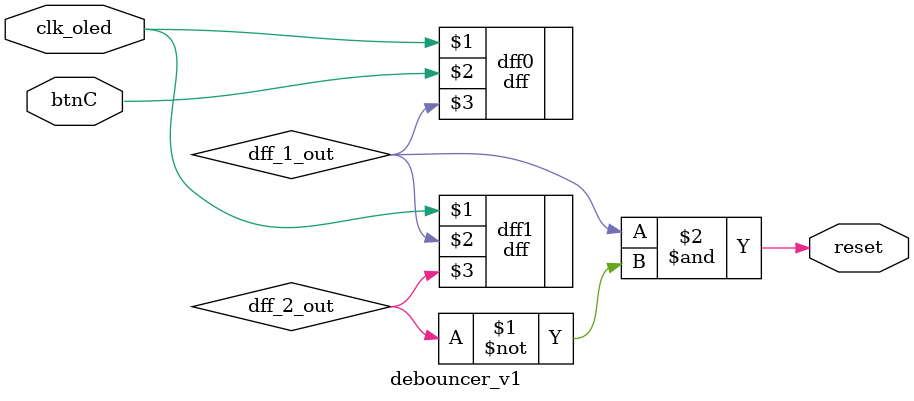
<source format=v>
`timescale 1ns / 1ps


module debouncer_v1(
    input btnC,
    input clk_oled,
    output reset
    );
    
    wire dff_1_out;
    wire dff_2_out;
    
    dff dff0 (clk_oled, btnC, dff_1_out);
    dff dff1 (clk_oled, dff_1_out, dff_2_out);
    
    assign reset = dff_1_out & ~dff_2_out;
endmodule

</source>
